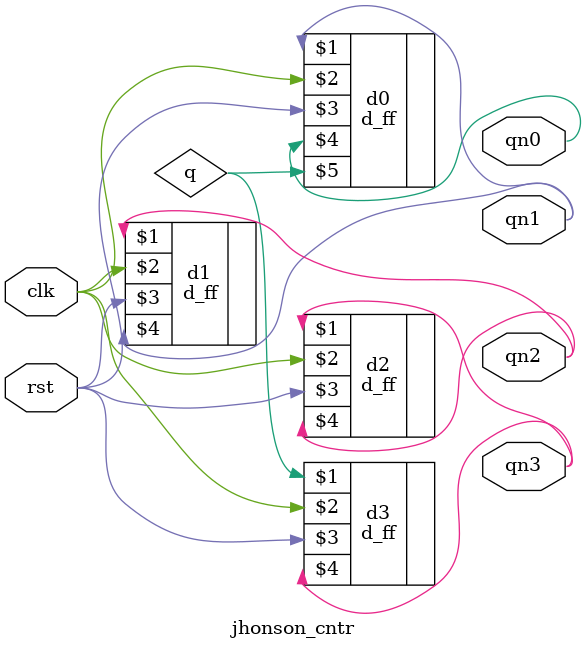
<source format=v>

module jhonson_cntr(input clk,rst, output qn3,qn2,qn1,qn0 );

 wire q ;
 
 d_ff d3(q ,clk,rst,qn3,);
 d_ff d2(qn3,clk,rst,qn2,);
 d_ff d1(qn2,clk,rst,qn1,);
 d_ff d0(qn1,clk,rst,qn0,q);
 
endmodule

</source>
